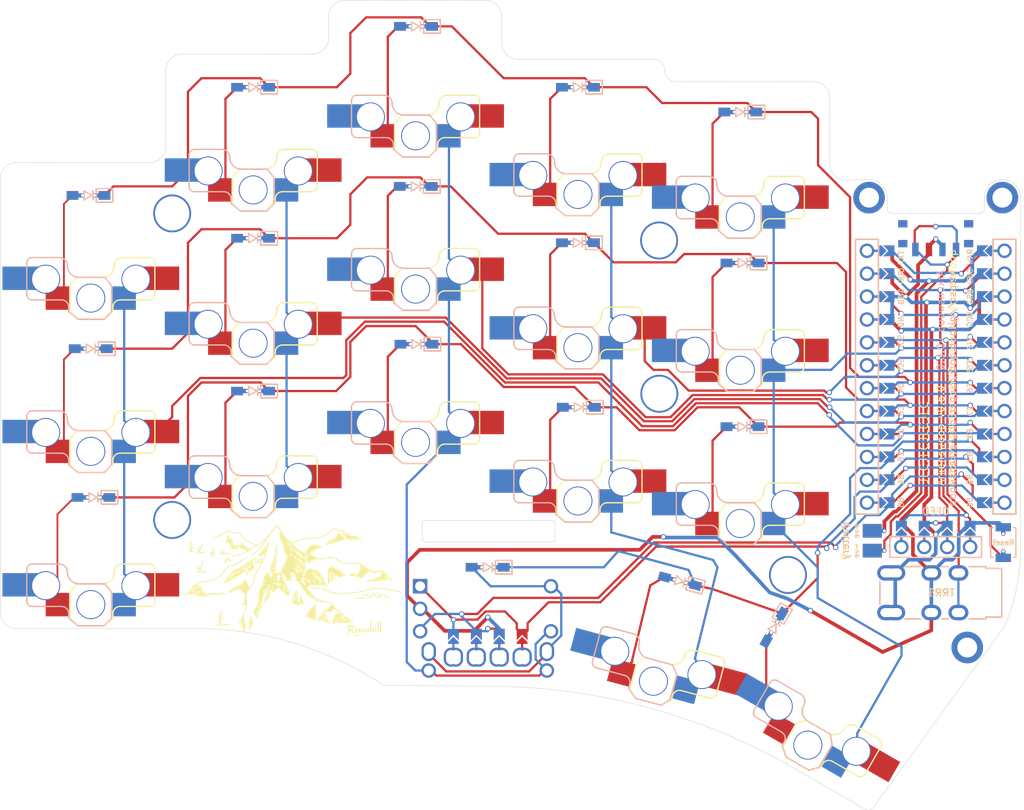
<source format=kicad_pcb>
(kicad_pcb (version 20221018) (generator pcbnew)
  (title_block (title "Arkenswoop") (date "2023-06-25") (rev "0.6.0") (company "SuperFola"))
  (layers (0 "F.Cu" signal) (31 "B.Cu" signal) (34 "B.Paste" user) (35 "F.Paste" user) (36 "B.SilkS" user "B.Silkscreen") (37 "F.SilkS" user "F.Silkscreen") (38 "B.Mask" user) (39 "F.Mask" user) (44 "Edge.Cuts" user))
  (net 0 "")
  (net 1 "raw")
  (net 2 "Net-(BT1-Pad2)")
  (net 3 "row0")
  (net 4 "GND")
  (net 5 "VCC")
  (net 6 "Net-(D2-A)")
  (net 7 "Net-(D3-A)")
  (net 8 "Net-(D4-A)")
  (net 9 "Net-(D5-A)")
  (net 10 "row1")
  (net 11 "Net-(D7-A)")
  (net 12 "data")
  (net 13 "reset")
  (net 14 "Net-(D8-A)")
  (net 15 "Net-(D9-A)")
  (net 16 "Net-(D10-A)")
  (net 17 "row2")
  (net 18 "Net-(D12-A)")
  (net 19 "Net-(D13-A)")
  (net 20 "Net-(D14-A)")
  (net 21 "Net-(D15-A)")
  (net 22 "Net-(D16-A)")
  (net 23 "row3")
  (net 24 "Net-(D17-A)")
  (net 25 "er0")
  (net 26 "col2")
  (net 27 "edb")
  (net 28 "eda")
  (net 29 "led")
  (net 30 "sda")
  (net 31 "sla")
  (net 32 "col0")
  (net 33 "col1")
  (net 34 "col3")
  (net 35 "col4")
  (net 36 "unconnected-(PSW1-C-Pad3)")
  (net 37 "unconnected-(U1-B6-Pad13)")
  (net 38 "unconnected-(U1-B2-Pad14)")
  (net 39 "unconnected-(U1-B3-Pad15)")
  (net 40 "Net-(D11-A)")
  (net 41 "Net-(D6-A)")
  (net 42 "Net-(D1-A)")
  (footprint "swoop:M2_hole_4.2mm" (layer "F.Cu") (at 134.228545 86.75)
    (fp_text reference "H3" hide)
    (fp_text value "M2 Hole" hide)
  )
  (footprint "swoop:D3_SMD" (layer "F.Cu") (at 107.275 63 180)
    (fp_text reference "D3" hide)
    (fp_text value " 1N4148W" hide)
  )
  (footprint "Library:Kailh-pg1350-socket-reversible" (layer "F.Cu") (at 107.229546 103.239471)
    (fp_text reference "SW13" hide)
    (fp_text value "Choc" hide)
  )
  (footprint "Library:erebor_silk" (layer "F.Cu") (at 93.55 124.55)
    (fp_text reference "G***")
    (fp_text value "LOGO" hide)
  )
  (footprint "swoop:RollerEncoder" (layer "F.Cu") (at 115.235509 127.600624)
    (fp_text reference "EN2")
    (fp_text value "EVQWGD001")
    (fp_line (start -7.248 -7.7) (end -7.248 -9.5) (stroke (width 0.05)) (layer "Edge.Cuts"))
    (fp_line (start -6.952 -7.4) (end 7.148 -7.4) (stroke (width 0.05)) (layer "Edge.Cuts"))
    (fp_line (start 7.148 -9.8) (end -6.948 -9.8) (stroke (width 0.05)) (layer "Edge.Cuts"))
    (fp_line (start 7.448 -7.7) (end 7.448 -9.5) (stroke (width 0.05)) (layer "Edge.Cuts"))
    (fp_arc (start -7.248 -9.5) (mid -7.160132 -9.712132) (end -6.948 -9.8) (stroke (width 0.05)) (layer "Edge.Cuts"))
    (fp_arc (start -6.948 -7.4) (mid -7.160132 -7.487868) (end -7.248 -7.7) (stroke (width 0.05)) (layer "Edge.Cuts"))
    (fp_arc (start 7.148 -9.8) (mid 7.360132 -9.712132) (end 7.448 -9.5) (stroke (width 0.05)) (layer "Edge.Cuts"))
    (fp_arc (start 7.448 -7.7) (mid 7.360132 -7.487868) (end 7.148 -7.4) (stroke (width 0.05)) (layer "Edge.Cuts"))
  )
  (footprint "swoop:M2_hole_4.2mm" (layer "F.Cu") (at 80.25 83.75)
    (fp_text reference "H1" hide)
    (fp_text value "M2 Hole" hide)
  )
  (footprint "swoop:D3_SMD" (layer "F.Cu") (at 71.225 98.75 180)
    (fp_text reference "D6" hide)
    (fp_text value " 1N4148W" hide)
  )
  (footprint "Library:Kailh-pg1350-socket-reversible" (layer "F.Cu") (at 153.66651 137.618092 -30)
    (fp_text reference "SW17" hide)
    (fp_text value "Choc" hide)
  )
  (footprint "swoop:Reset" (layer "F.Cu") (at 172.380034 120.252819 90)
    (fp_text reference "RSW1" hide)
    (fp_text value "Reset")
  )
  (footprint "swoop:D3_SMD" (layer "F.Cu") (at 70.975 81.75 180)
    (fp_text reference "D1" hide)
    (fp_text value " 1N4148W" hide)
  )
  (footprint "swoop:Power" (layer "F.Cu") (at 164.890258 86.000219 180)
    (fp_text reference "PSW1" hide)
    (fp_text value "Power" hide)
  )
  (footprint "Library:Kailh-pg1350-socket-reversible" (layer "F.Cu") (at 71.229542 121.239972)
    (fp_text reference "SW11" hide)
    (fp_text value "Choc" hide)
  )
  (footprint "swoop:D3_SMD" (layer "F.Cu") (at 143.475 107.4 180)
    (fp_text reference "D15" hide)
    (fp_text value " 1N4148W" hide)
  )
  (footprint "swoop:RotaryEncoder" (layer "F.Cu") (at 115.235549 127.6)
    (fp_text reference "EN1")
    (fp_text value "RotaryEncoder_Switch")
  )
  (footprint "chocolad:M2_hole_3.5mm" (layer "F.Cu") (at 172.281378 81.999725)
    (fp_text reference "Ref**" hide)
    (fp_text value "Val**" hide)
  )
  (footprint "Library:Kailh-pg1350-socket-reversible" (layer "F.Cu") (at 125.228544 92.73947)
    (fp_text reference "SW9" hide)
    (fp_text value "Choc" hide)
  )
  (footprint "swoop:D3_SMD" (layer "F.Cu") (at 125.225 69.75 180)
    (fp_text reference "D4" hide)
    (fp_text value " 1N4148W" hide)
  )
  (footprint "swoop:D3_SMD" (layer "F.Cu") (at 107.25 80.75 180)
    (fp_text reference "D8" hide)
    (fp_text value " 1N4148W" hide)
  )
  (footprint "swoop:D3_SMD" (layer "F.Cu") (at 125.225 87 180)
    (fp_text reference "D9" hide)
    (fp_text value " 1N4148W" hide)
  )
  (footprint "chocolad:M2_hole_3.5mm" (layer "F.Cu") (at 157.500056 82.000182)
    (fp_text reference "Ref**" hide)
    (fp_text value "Val**" hide)
  )
  (footprint "swoop:D3_SMD" (layer "F.Cu") (at 143.225 72.5 180)
    (fp_text reference "D5" hide)
    (fp_text value " 1N4148W" hide)
  )
  (footprint "Library:Kailh-pg1350-socket-reversible" (layer "F.Cu") (at 143.229546 95.239475)
    (fp_text reference "SW10" hide)
    (fp_text value "Choc" hide)
  )
  (footprint "swoop:ProMicro_jumpers" (layer "F.Cu") (at 164.890259 101.863222)
    (fp_text reference "U1" hide)
    (fp_text value "ProMicro" hide)
  )
  (footprint "Library:Kailh-pg1350-socket-reversible" (layer "F.Cu") (at 71.229542 87.239972)
    (fp_text reference "SW1" hide)
    (fp_text value "Choc" hide)
  )
  (footprint "swoop:D3_SMD" (layer "F.Cu") (at 71.525 115.25 180)
    (fp_text reference "D11" hide)
    (fp_text value " 1N4148W" hide)
  )
  (footprint "Library:Kailh-pg1350-socket-reversible" (layer "F.Cu") (at 89.229547 109.239974)
    (fp_text reference "SW12" hide)
    (fp_text value "Choc" hide)
  )
  (footprint "swoop:TRRS-3pin" (layer "F.Cu") (at 170.604707 125.82492 -90)
    (fp_text reference "J1")
    (fp_text value "TRRS" hide)
  )
  (footprint "Library:Kailh-pg1350-socket-reversible" (layer "F.Cu") (at 107.229543 69.239473)
    (fp_text reference "SW3" hide)
    (fp_text value "Choc" hide)
  )
  (footprint "Library:Kailh-pg1350-socket-reversible" (layer "F.Cu") (at 143.229546 78.239472)
    (fp_text reference "SW5" hide)
    (fp_text value "Choc" hide)
  )
  (footprint "Library:Kailh-pg1350-socket-reversible" (layer "F.Cu") (at 71.229542 104.239972)
    (fp_text reference "SW6" hide)
    (fp_text value "Choc" hide)
  )
  (footprint "swoop:M2_hole_3.5mm" (layer "F.Cu") (at 168.386407 131.897959)
    (fp_text reference "Ref**" hide)
    (fp_text value "Val**" hide)
  )
  (footprint "swoop:OLED_jumpers" (layer "F.Cu") (at 161.080438 120.752911)
    (fp_text reference "O1" hide)
    (fp_text value "OLED")
  )
  (footprint "Library:Kailh-pg1350-socket-reversible" (layer "F.Cu") (at 125.228544 109.739471)
    (fp_text reference "SW14" hide)
    (fp_text value "Choc" hide)
  )
  (footprint "swoop:D3_SMD" (layer "F.Cu") (at 125.3254 105.25 180)
    (fp_text reference "D14" hide)
    (fp_text value " 1N4148W" hide)
  )
  (footprint "swoop:D3_SMD" (layer "F.Cu") (at 115.225 123 180)
    (fp_text reference "ED1" hide)
    (fp_text value " 1N4148W" hide)
  )
  (footprint "Library:Kailh-pg1350-socket-reversible" (layer "F.Cu") (at 89.229547 92.239968)
    (fp_text reference "SW7" hide)
    (fp_text value "Choc" hide)
  )
  (footprint "Library:Kailh-pg1350-socket-reversible" (layer "F.Cu") (at 125.228547 75.739475)
    (fp_text reference "SW4" hide)
    (fp_text value "Choc" hide)
  )
  (footprint "swoop:D3_SMD" (layer "F.Cu") (at 89.225 86.5 180)
    (fp_text reference "D7" hide)
    (fp_text value " 1N4148W" hide)
  )
  (footprint "swoop:D3_SMD" (layer "F.Cu") (at 89.225 103.45 180)
    (fp_text reference "D12" hide)
    (fp_text value " 1N4148W" hide)
  )
  (footprint "swoop:M2_hole_4.2mm" (layer "F.Cu") (at 80.25 117.75)
    (fp_text reference "H2" hide)
    (fp_text value "M2 Hole" hide)
  )
  (footprint "Library:Kailh-pg1350-socket-reversible" (layer "F.Cu") (at 135.128587 129.939172 -15)
    (fp_text reference "SW16" hide)
    (fp_text value "Choc" hide)
  )
  (footprint "Library:Kailh-pg1350-socket-reversible" (layer "F.Cu") (at 107.229546 86.23947)
    (fp_text reference "SW8" hide)
    (fp_text value "Choc" hide)
  )
  (footprint "swoop:M2_hole_4.2mm" (layer "F.Cu") (at 134.25 103.75)
    (fp_text reference "H4" hide)
    (fp_text value "M2 Hole" hide)
  )
  (footprint "swoop:D3_SMD" (layer "F.Cu") (at 107.3254 98.25 180)
    (fp_text reference "D13" hide)
    (fp_text value " 1N4148W" hide)
  )
  (footprint "swoop:Battery_pads_reversible" (layer "F.Cu") (at 157.857431 120.051406 -90)
    (fp_text reference "BT1" hide)
    (fp_text value "Battery" hide)
  )
  (footprint "swoop:M2_hole_4.2mm" (layer "F.Cu") (at 148.510701 123.849903)
    (fp_text reference "H4" hide)
    (fp_text value "M2 Hole" hide)
  )
  (footprint "swoop:D3_SMD" (layer "F.Cu") (at 89.225 69.75 180)
    (fp_text reference "D2" hide)
    (fp_text value " 1N4148W" hide)
  )
  (footprint "swoop:D3_SMD" (layer "F.Cu") (at 146.9875 129.662805 -120)
    (fp_text reference "D17" hide)
    (fp_text value " 1N4148W" hide)
  )
  (footprint "swoop:D3_SMD" (layer "F.Cu") (at 136.535482 124.540596 165)
    (fp_text reference "D16" hide)
    (fp_text value " 1N4148W" hide)
  )
  (footprint "Library:Kailh-pg1350-socket-reversible" (layer "F.Cu") (at 143.229549 112.239469)
    (fp_text reference "SW15" hide)
    (fp_text value "Choc" hide)
  )
  (footprint "swoop:D3_SMD" (layer "F.Cu") (at 143.475 89.25 180)
    (fp_text reference "D10" hide)
    (fp_text value " 1N4148W" hide)
  )
  (footprint "Library:Kailh-pg1350-socket-reversible" (layer "F.Cu") (at 89.229545 75.239973)
    (fp_text reference "SW2" hide)
    (fp_text value "Choc" hide)
  )
  (gr_line (start 61.188833 79.86901) (end 61.188833 127.991349) (stroke (width 0.05)) (layer "Edge.Cuts"))
  (gr_line (start 153.15 78.15) (end 153.145111 70.933883) (stroke (width 0.05)) (layer "Edge.Cuts"))
  (gr_line (start 174.281315 81.999689) (end 174.281568 121.466832) (stroke (width 0.05)) (layer "Edge.Cuts"))
  (gr_arc (start 172.281326 79.999547) (mid 173.695547 80.585425) (end 174.281315 81.999689) (stroke (width 0.05)) (layer "Edge.Cuts"))
  (gr_line (start 133.616117 66.633883) (end 118.540222 66.661837) (stroke (width 0.05)) (layer "Edge.Cuts"))
  (gr_line (start 116.795111 61.894135) (end 116.795111 64.867702) (stroke (width 0.05)) (layer "Edge.Cuts"))
  (gr_line (start 115.05 60.1) (end 99.389516 60.11343) (stroke (width 0.05)) (layer "Edge.Cuts"))
  (gr_arc (start 133.616117 66.633883) (mid 134.5 67) (end 134.866117 67.883883) (stroke (width 0.05)) (layer "Edge.Cuts"))
  (gr_arc (start 136.116117 69.133883) (mid 135.232234 68.767766) (end 134.866117 67.883883) (stroke (width 0.05)) (layer "Edge.Cuts"))
  (gr_line (start 79.547715 67.826168) (end 79.543548 76.357158) (stroke (width 0.05)) (layer "Edge.Cuts"))
  (gr_arc (start 97.595381 61.858541) (mid 98.138076 60.621651) (end 99.389516 60.11343) (stroke (width 0.05)) (layer "Edge.Cuts"))
  (gr_arc (start 170.281014 83.249463) (mid 170.134575 83.603043) (end 169.781008 83.749464) (stroke (width 0.05)) (layer "Edge.Cuts"))
  (gr_line (start 115.235769 136.194832) (end 103.694979 136.082549) (stroke (width 0.05)) (layer "Edge.Cuts"))
  (gr_line (start 77.745029 78.114927) (end 62.983651 78.123526) (stroke (width 0.05)) (layer "Edge.Cuts"))
  (gr_line (start 170.281014 83.249463) (end 170.28119 81.999538) (stroke (width 0.05)) (layer "Edge.Cuts"))
  (gr_line (start 81.9 129.8) (end 62.944009 129.795833) (stroke (width 0.05)) (layer "Edge.Cuts"))
  (gr_line (start 157.030886 149.825076) (end 149.229607 145.303912) (stroke (width 0.05)) (layer "Edge.Cuts"))
  (gr_arc (start 115.05 60.1) (mid 116.286898 60.642691) (end 116.795111 61.894135) (stroke (width 0.05)) (layer "Edge.Cuts"))
  (gr_line (start 154.887029 80.037186) (end 157.5 80) (stroke (width 0.05)) (layer "Edge.Cuts"))
  (gr_arc (start 157.5 80) (mid 158.914216 80.585869) (end 159.499984 82.000133) (stroke (width 0.05)) (layer "Edge.Cuts"))
  (gr_arc (start 151.4 69.139748) (mid 152.63689 69.682443) (end 153.145111 70.933883) (stroke (width 0.05)) (layer "Edge.Cuts"))
  (gr_arc (start 174.281567 121.466832) (mid 173.789865 125.619716) (end 172.48064 129.591384) (stroke (width 0.05)) (layer "Edge.Cuts"))
  (gr_line (start 151.4 69.139748) (end 136.116117 69.133883) (stroke (width 0.05)) (layer "Edge.Cuts"))
  (gr_arc (start 79.543548 76.357158) (mid 79.000006 77.600024) (end 77.745029 78.114927) (stroke (width 0.05)) (layer "Edge.Cuts"))
  (gr_arc (start 115.235769 136.194832) (mid 132.832334 138.511576) (end 149.229607 145.303912) (stroke (width 0.05)) (layer "Edge.Cuts"))
  (gr_line (start 159.499984 82.000133) (end 159.500165 83.250065) (stroke (width 0.05)) (layer "Edge.Cuts"))
  (gr_arc (start 158.055405 149.550557) (mid 157.600001 149.900002) (end 157.030886 149.825076) (stroke (width 0.05)) (layer "Edge.Cuts"))
  (gr_arc (start 160.000164 83.750068) (mid 159.646629 83.603612) (end 159.500165 83.250065) (stroke (width 0.05)) (layer "Edge.Cuts"))
  (gr_arc (start 61.188834 79.86901) (mid 61.73183 78.631838) (end 62.983651 78.123526) (stroke (width 0.05)) (layer "Edge.Cuts"))
  (gr_arc (start 81.9 129.8) (mid 93.2811 131.263566) (end 103.694979 136.082549) (stroke (width 0.05)) (layer "Edge.Cuts"))
  (gr_arc (start 170.28119 81.999538) (mid 170.867035 80.585273) (end 172.281326 79.999547) (stroke (width 0.05)) (layer "Edge.Cuts"))
  (gr_arc (start 97.6 64.338143) (mid 97.057294 65.575) (end 95.805865 66.083254) (stroke (width 0.05)) (layer "Edge.Cuts"))
  (gr_line (start 97.595381 61.858541) (end 97.6 64.338143) (stroke (width 0.05)) (layer "Edge.Cuts"))
  (gr_line (start 158.055405 149.550557) (end 172.48064 129.591384) (stroke (width 0.05)) (layer "Edge.Cuts"))
  (gr_arc (start 118.540222 66.661837) (mid 117.303351 66.119136) (end 116.795111 64.867702) (stroke (width 0.05)) (layer "Edge.Cuts"))
  (gr_line (start 95.805865 66.083254) (end 81.352199 66.070992) (stroke (width 0.05)) (layer "Edge.Cuts"))
  (gr_arc (start 154.887029 80.037186) (mid 153.620088 79.460331) (end 153.15 78.15) (stroke (width 0.05)) (layer "Edge.Cuts"))
  (gr_arc (start 62.944009 129.795833) (mid 61.7 129.25) (end 61.188833 127.991349) (stroke (width 0.05)) (layer "Edge.Cuts"))
  (gr_line (start 160.000164 83.750068) (end 169.781008 83.749464) (stroke (width 0.05)) (layer "Edge.Cuts"))
  (gr_arc (start 79.547715 67.826168) (mid 80.093555 66.582164) (end 81.352199 66.070992) (stroke (width 0.05)) (layer "Edge.Cuts"))
  (gr_text "Arkenswoop v0.6.0\nhttps://github.com/SuperFola/arkenswoop" (at 166.084013 89.964022 90) (layer "B.SilkS") (effects (font (size 0.8 0.8) (thickness 0.1)) (justify left mirror)))
  (gr_text "JLCJLCJLCJLC" (at 164.115685 113.860085 90) (layer "F.SilkS") (effects (font (size 0.9 0.9) (thickness 0.1)) (justify left bottom)))
  (gr_text "Arkenswoop v0.6.0\nhttps://github.com/SuperFola/arkenswoop" (at 166.084012 114.024024 90) (layer "F.SilkS") (effects (font (size 0.8 0.8) (thickness 0.1)) (justify left)))
  (segment (start 162.763772 114.548714) (end 160.479742 116.83274) (width 0.4) (layer "F.Cu") (net 1))
  (segment (start 164.150941 91.234385) (end 162.763773 92.621556) (width 0.4) (layer "F.Cu") (net 1))
  (segment (start 164.150941 91.232744) (end 164.150941 91.234385) (width 0.4) (layer "F.Cu") (net 1))
  (segment (start 160.479742 116.83274) (end 160.273087 116.832745) (width 0.4) (layer "F.Cu") (net 1))
  (segment (start 160.064268 88.888668) (end 160.064268 87.893222) (width 0.4) (layer "F.Cu") (net 1))
  (segment (start 162.06426 90.88866) (end 160.064268 88.888668) (width 0.4) (layer "F.Cu") (net 1))
  (segment (start 164.150941 91.234391) (end 164.150941 91.232744) (width 0.4) (layer "F.Cu") (net 1))
  (segment (start 162.763773 92.621556) (end 162.763772 114.548714) (width 0.4) (layer "F.Cu") (net 1))
  (segment (start 160.273087 116.832745) (end 159.19903 117.9068) (width 0.4) (layer "F.Cu") (net 1))
  (segment (start 159.19903 117.9068) (end 159.199032 118.951007) (width 0.4) (layer "F.Cu") (net 1))
  (segment (start 162.06426 91.068224) (end 162.06426 90.88866) (width 0.4) (layer "F.Cu") (net 1))
  (via (at 162.06426 91.068224) (size 0.6) (drill 0.4) (layers "F.Cu" "B.Cu") (net 1))
  (via (at 164.150941 91.232744) (size 0.6) (drill 0.4) (layers "F.Cu" "B.Cu") (net 1))
  (segment (start 164.150941 91.232744) (end 162.228778 91.232745) (width 0.4) (layer "B.Cu") (net 1))
  (segment (start 162.228778 91.232745) (end 162.06426 91.068224) (width 0.4) (layer "B.Cu") (net 1))
  (segment (start 168.950164 88.659323) (end 169.716269 87.89322) (width 0.4) (layer "B.Cu") (net 1))
  (segment (start 168.950158 90.335064) (end 168.950164 88.659323) (width 0.4) (layer "B.Cu") (net 1))
  (segment (start 168.052499 91.232736) (end 168.950158 90.335064) (width 0.4) (layer "B.Cu") (net 1))
  (segment (start 168.052499 91.232736) (end 164.150941 91.232744) (width 0.4) (layer "B.Cu") (net 1))
  (segment (start 159.911517 119.346343) (end 159.199032 120.058829) (width 0.25) (layer "F.Cu") (net 2))
  (segment (start 160.493142 117.357269) (end 160.490348 117.357269) (width 0.25) (layer "F.Cu") (net 2))
  (segment (start 163.288291 92.991392) (end 163.288292 114.765975) (width 0.25) (layer "F.Cu") (net 2))
  (segment (start 166.17043 89.423077) (end 166.17043 90.109252) (width 0.25) (layer "F.Cu") (net 2))
  (segment (start 160.490348 117.357269) (end 159.911517 117.9361) (width 0.25) (layer "F.Cu") (net 2))
  (segment (start 160.493142 117.35726) (end 160.493142 117.357269) (width 0.25) (layer "F.Cu") (net 2))
  (segment (start 159.911517 117.9361) (end 159.911517 119.346343) (width 0.25) (layer "F.Cu") (net 2))
  (segment (start 166.17043 90.109252) (end 163.288291 92.991392) (width 0.25) (layer "F.Cu") (net 2))
  (segment (start 160.69701 117.357261) (end 160.493142 117.35726) (width 0.25) (layer "F.Cu") (net 2))
  (segment (start 159.199032 120.058829) (end 159.19903 121.151406) (width 0.25) (layer "F.Cu") (net 2))
  (segment (start 167.148746 88.444757) (end 166.17043 89.423077) (width 0.25) (layer "F.Cu") (net 2))
  (segment (start 163.288292 114.765975) (end 160.69701 117.357261) (width 0.25) (layer "F.Cu") (net 2))
  (segment (start 167.148744 87.750031) (end 167.148746 88.444757) (width 0.25) (layer "F.Cu") (net 2))
  (via (at 166.17043 89.423077) (size 0.6) (drill 0.4) (layers "F.Cu" "B.Cu") (net 2))
  (segment (start 164.321777 89.423066) (end 166.17043 89.423077) (width 0.25) (layer "B.Cu") (net 2))
  (segment (start 162.648739 87.750031) (end 164.321777 89.423066) (width 0.25) (layer "B.Cu") (net 2))
  (segment (start 151.85 73.25) (end 151.85 78.4) (width 0.25) (layer "F.Cu") (net 3))
  (segment (start 91 69.75) (end 98.5 69.75) (width 0.25) (layer "F.Cu") (net 3))
  (segment (start 83.5 68.75) (end 90 68.75) (width 0.25) (layer "F.Cu") (net 3))
  (segment (start 126 68.75) (end 127 69.75) (width 0.25) (layer "F.Cu") (net 3))
  (segment (start 169.351266 103.133227) (end 168.716265 102.49822) (width 0.25) (layer "F.Cu") (net 3))
  (segment (start 82 70.25) (end 83.5 68.75) (width 0.25) (layer "F.Cu") (net 3))
  (segment (start 100 68.25) (end 100 63.75) (width 0.25) (layer "F.Cu") (net 3))
  (segment (start 152.925285 79.475285) (end 155.4 81.95) (width 0.25) (layer "F.Cu") (net 3))
  (segment (start 111.25 63) (end 117 68.75) (width 0.25) (layer "F.Cu") (net 3))
  (segment (start 90 68.75) (end 91 69.75) (width 0.25) (layer "F.Cu") (net 3))
  (segment (start 161.444359 101.87831) (end 162.064272 102.498223) (width 0.25) (layer "F.Cu") (net 3))
  (segment (start 156.37831 101.87831) (end 161.444359 101.87831) (width 0.25) (layer "F.Cu") (net 3))
  (segment (start 117 68.75) (end 126 68.75) (width 0.25) (layer "F.Cu") (net 3))
  (segment (start 72.75 81.75) (end 73.75 80.75) (width 0.25) (layer "F.Cu") (net 3))
  (segment (start 108.8504 63) (end 111.25 63) (width 0.25) (layer "F.Cu") (net 3))
  (segment (start 107.8504 62) (end 108.8504 63) (width 0.25) (layer "F.Cu") (net 3))
  (segment (start 155.4 81.95) (end 155.4 100.9) (width 0.25) (layer "F.Cu") (net 3))
  (segment (start 145 72.5) (end 151.1 72.5) (width 0.25) (layer "F.Cu") (net 3))
  (segment (start 134.561957 71.5) (end 144 71.5) (width 0.25) (layer "F.Cu") (net 3))
  (segment (start 144 71.5) (end 145 72.5) (width 0.25) (layer "F.Cu") (net 3))
  (segment (start 100 63.75) (end 101.75 62) (width 0.25) (layer "F.Cu") (net 3))
  (segment (start 101.75 62) (end 107.8504 62) (width 0.25) (layer "F.Cu") (net 3))
  (segment (start 132.811957 69.75) (end 134.561957 71.5) (width 0.25) (layer "F.Cu") (net 3))
  (segment (start 80.25 80.75) (end 82 79) (width 0.25) (layer "F.Cu") (net 3))
  (segment (start 155.4 100.9) (end 156.37831 101.87831) (width 0.25) (layer "F.Cu") (net 3))
  (segment (start 73.75 80.75) (end 80.25 80.75) (width 0.25) (layer "F.Cu") (net 3))
  (segment (start 169.716266 103.133229) (end 169.351266 103.133227) (width 0.25) (layer "F.Cu") (net 3))
  (segment (start 82 79) (end 82 70.25) (width 0.25) (layer "F.Cu") (net 3))
  (segment (start 127 69.75) (end 132.811957 69.75) (width 0.25) (layer "F.Cu") (net 3))
  (segment (start 151.1 72.5) (end 151.85 73.25) (width 0.25) (layer "F.Cu") (net 3))
  (segment (start 98.5 69.75) (end 100 68.25) (width 0.25) (layer "F.Cu") (net 3))
  (segment (start 151.85 78.4) (end 152.925285 79.475285) (width 0.25) (layer "F.Cu") (net 3))
  (via (at 168.716265 102.49822) (size 0.6) (drill 0.4) (layers "F.Cu" "B.Cu") (net 3))
  (via (at 162.064272 102.498223) (size 0.6) (drill 0.4) (layers "F.Cu" "B.Cu") (net 3))
  (segment (start 168.716265 102.49822) (end 160.699259 102.498224) (width 0.25) (layer "B.Cu") (net 3))
  (segment (start 160.699259 102.498224) (end 160.064263 103.133227) (width 0.25) (layer "B.Cu") (net 3))
  (segment (start 169.716268 92.97322) (end 169.716261 95.51322) (width 0.4) (layer "F.Cu") (net 4))
  (segment (start 106.29 122.47) (end 106.29 126.154451) (width 0.4) (layer "F.Cu") (net 4))
  (segment (start 164.148749 88.254755) (end 162.93543 89.468066) (width 0.4) (layer "F.Cu") (net 4))
  (segment (start 134.7 119.6255) (end 133.512038 119.6255) (width 0.4) (layer "F.Cu") (net 4))
  (segment (start 164.148744 87.350041) (end 164.898752 86.60004) (width 0.4) (layer "F.Cu") (net 4))
  (segment (start 107.7 121.06) (end 106.29 122.47) (width 0.4) (layer "F.Cu") (net 4))
  (segment (start 160.064265 91.473224) (end 161.564265 92.973223) (width 0.4) (layer "F.Cu") (net 4))
  (segment (start 164.148736 87.750035) (end 164.148749 88.254755) (width 0.4) (layer "F.Cu") (net 4))
  (segment (start 164.4 130) (end 164.404707 128.02492) (width 0.4) (layer "F.Cu") (net 4))
  (segment (start 162.93542 91.602053) (end 161.564265 92.973223) (width 0.4) (layer "F.Cu") (net 4))
  (segment (start 162.93543 89.468066) (end 162.93542 91.602053) (width 0.4) (layer "F.Cu") (net 4))
  (segment (start 110.46608 130.05) (end 113.719602 130.05) (width 0.4) (layer "F.Cu") (net 4))
  (segment (start 161.080432 118.078912) (end 162.36467 119.363149) (width 0.4) (layer "F.Cu") (net 4))
  (segment (start 159 132.4) (end 164.4 130) (width 0.4) (layer "F.Cu") (net 4))
  (segment (start 161.08043 117.715624) (end 163.812814 114.98324) (width 0.4) (layer "F.Cu") (net 4))
  (segment (start 161.080437 118.078912) (end 161.08043 117.715624) (width 0.4) (layer "F.Cu") (net 4))
  (segment (start 133.512038 119.6255) (end 132.077538 121.06) (width 0.4) (layer "F.Cu") (net 4))
  (segment (start 113.719602 130.05) (end 115.235511 128.534091) (width 0.4) (layer "F.Cu") (net 4))
  (segment (start 151.1 127.8) (end 151 127.8) (width 0.4) (layer "F.Cu") (net 4))
  (segment (start 132.077538 121.06) (end 107.7 121.06) (width 0.4) (layer "F.Cu") (net 4))
  (segment (start 106.29 126.154451) (end 107.735549 127.6) (width 0.4) (layer "F.Cu") (net 4))
  (segment (start 169.716271 93.243223) (end 168.716263 94.243233) (width 0.4) (layer "F.Cu") (net 4))
  (segment (start 163.812814 114.98324) (end 163.812815 93.718462) (width 0.4) (layer "F.Cu") (net 4))
  (segment (start 107.73555 127.31947) (end 110.46608 130.05) (width 0.4) (layer "F.Cu") (net 4))
  (segment (start 162.36467 119.363149) (end 162.364675 121.584888) (width 0.4) (layer "F.Cu") (net 4))
  (segment (start 169.716268 92.97322) (end 169.716271 93.243223) (width 0.4) (layer "F.Cu") (net 4))
  (segment (start 151 127.8) (end 159 132.4) (width 0.4) (layer "F.Cu") (net 4))
  (segment (start 164.14875 87.750031) (end 164.148744 87.350041) (width 0.4) (layer "F.Cu") (net 4))
  (segment (start 163.812815 93.718462) (end 163.91279 93.618485) (width 0.4) (layer "F.Cu") (net 4))
  (segment (start 162.364675 121.584888) (end 164.404707 123.624919) (width 0.4) (layer "F.Cu") (net 4))
  (segment (start 160.06427 90.433231) (end 160.064265 91.473224) (width 0.4) (layer "F.Cu") (net 4))
  (via (at 168.716263 94.243233) (size 0.6) (drill 0.4) (layers "F.Cu" "B.Cu") (net 4))
  (via (at 164.898752 86.60004) (size 0.6) (drill 0.4) (layers "F.Cu" "B.Cu") (net 4))
  (via (at 115.235511 128.534091) (size 0.6) (drill 0.4) (layers "F.Cu" "B.Cu") (net 4))
  (via (at 134.7 119.6255) (size 0.6) (drill 0.4) (layers "F.Cu" "B.Cu") (net 4))
  (via (at 163.91279 93.618485) (size 0.6) (drill 0.4) (layers "F.Cu" "B.Cu") (net 4))
  (via (at 151 127.8) (size 0.6) (drill 0.4) (layers "F.Cu" "B.Cu") (net 4))
  (via (at 161.564265 92.973223) (size 0.6) (drill 0.4) (layers "F.Cu" "B.Cu") (net 4))
  (segment (start 166.725535 122.164156) (end 167.442676 121.447015) (width 0.4) (layer "B.Cu") (net 4))
  (segment (start 168.70043 118.078909) (end 171.906123 118.078909) (width 0.4) (layer "B.Cu") (net 4))
  (segment (start 161.564265 92.973223) (end 160.064273 92.973224) (width 0.4) (layer "B.Cu") (net 4))
  (segment (start 148.5 126.5) (end 146.5 125.8) (width 0.4) (layer "B.Cu") (net 4))
  (segment (start 160.064273 92.973224) (end 160.064273 95.513235) (width 0.4) (layer "B.Cu") (net 4))
  (segment (start 169.716263 90.433228) (end 169.015773 91.13371) (width 0.4) (layer "B.Cu") (net 4))
  (segment (start 169.015782 93.943716) (end 168.716263 94.243233) (width 0.4) (layer "B.Cu") (net 4))
  (segment (start 167.442676 121.447015) (end 167.44267 119.336672) (width 0.4) (layer "B.Cu") (net 4))
  (segment (start 146.5 125.8) (end 142.7 121.7) (width 0.4) (layer "B.Cu") (net 4))
  (segment (start 168.091523 93.618482) (end 168.716263 94.243233) (width 0.4) (layer "B.Cu") (net 4))
  (segment (start 165.648754 87.750044) (end 165.648747 87.350034) (width 0.4) (layer "B.Cu") (net 4))
  (segment (start 116.505514 129.804094) (end 115.235511 128.534091) (width 0.4) (layer "B.Cu") (net 4))
  (segment (start 134.7745 119.7) (end 134.7 119.6255) (width 0.4) (layer "B.Cu") (net 4))
  (segment (start 169.015773 91.13371) (end 169.015782 93.943716) (width 0.4) (layer "B.Cu") (net 4))
  (segment (start 165.865471 122.164156) (end 166.725535 122.164156) (width 0.4) (layer "B.Cu") (net 4))
  (segment (start 171.906123 118.078909) (end 172.380031 118.552819) (width 0.4) (layer "B.Cu") (net 4))
  (segment (start 142.7 121.7) (end 140.7 119.7) (width 0.4) (layer "B.Cu") (net 4))
  (segment (start 164.404707 123.624919) (end 165.865471 122.164156) (width 0.4) (layer "B.Cu") (net 4))
  (segment (start 140.7 119.7) (end 134.7745 119.7) (width 0.4) (layer "B.Cu") (net 4))
  (segment (start 151 127.8) (end 148.5 126.5) (width 0.4) (layer "B.Cu") (net 4))
  (segment (start 161.564265 92.973223) (end 162.209522 93.618484) (width 0.4) (layer "B.Cu") (net 4))
  (segment (start 164.404706 123.624915) (end 164.40471 128.02492) (width 0.4) (layer "B.Cu") (net 4))
  (segment (start 167.44267 119.336672) (end 168.70043 118.078909) (width 0.4) (layer "B.Cu") (net 4))
  (segment (start 165.648747 87.350034) (end 164.898752 86.60004) (width 0.4) (layer "B.Cu") (net 4))
  (segment (start 162.209522 93.618484) (end 168.091523 93.618482) (width 0.4) (layer "B.Cu") (net 4))
  (segment (start 164.412334 96.777352) (end 164.570972 96.61871) (width 0.4) (layer "F.Cu") (net 5))
  (segment (start 160.064273 95.513235) (end 160.064265 95.783225) (width 0.4) (layer "F.Cu") (net 5))
  (segment (start 164.412332 115.231574) (end 164.412334 96.777352) (width 0.4) (layer "F.Cu") (net 5))
  (segment (start 163.620434 116.023474) (end 164.412332 115.231574) (width 0.4) (layer "F.Cu") (net 5))
  (segment (start 163.628911 118.078909) (end 164.894673 119.344672) (width 0.4) (layer "F.Cu") (net 5))
  (segment (start 160.064265 95.783225) (end 161.064266 96.783226) (width 0.4) (layer "F.Cu") (net 5))
  (segment (start 163.620432 118.078913) (end 163.620434 116.023474) (width 0.4) (layer "F.Cu") (net 5))
  (via (at 164.570972 96.61871) (size 0.6) (drill 0.4) (layers "F.Cu" "B.Cu") (net 5))
  (via (at 164.894673 119.344672) (size 0.6) (drill 0.4) (layers "F.Cu" "B.Cu") (net 5))
  (via (at 161.064266 96.783226) (size 0.6) (drill 0.4) (layers "F.Cu" "B.Cu") (net 5))
  (segment (start 164.185526 122.164156) (end 161.865471 122.164156) (width 0.4) (layer "B.Cu") (net 5))
  (segment (start 169.716261 95.51322) (end 168.610766 96.618711) (width 0.4) (layer "B.Cu") (net 5))
  (segment (start 160.404711 123.624923) (end 160.404709 128.024917) (width 0.4) (layer "B.Cu") (net 5))
  (segment (start 164.570972 96.61871) (end 161.228784 96.618709) (width 0.4) (layer "B.Cu") (net 5))
  (segment (start 161.865471 122.164156) (end 160.404707 123.624919) (width 0.4) (layer "B.Cu") (net 5))
  (segment (start 168.610766 96.618711) (end 164.570972 96.61871) (width 0.4) (layer "B.Cu") (net 5))
  (segment (start 164.894673 119.344672) (end 164.894674 121.455008) (width 0.4) (layer "B.Cu") (net 5))
  (segment (start 164.894673 119.344672) (end 166.160432 118.078913) (width 0.4) (layer "B.Cu") (net 5))
  (segment (start 161.228784 96.618709) (end 161.064266 96.783226) (width 0.4) (layer "B.Cu") (net 5))
  (segment (start 164.894674 121.455008) (end 164.185526 122.164156) (width 0.4) (layer "B.Cu") (net 5))
  (segment (start 87.45 69.75) (end 86.154545 71.045455) (width 0.25) (layer "F.Cu") (net 6))
  (segment (start 86.154545 71.045455) (end 86.154545 80.514973) (width 0.25) (layer "F.Cu") (net 6))
  (segment (start 86.154545 80.514973) (end 85.529545 81.139973) (width 0.25) (layer "F.Cu") (net 6))
  (segment (start 105.3004 63) (end 104.154543 64.145857) (width 0.25) (layer "F.Cu") (net 7))
  (segment (start 104.154543 64.145857) (end 104.154543 74.514473) (width 0.25) (layer "F.Cu") (net 7))
  (segment (start 104.154543 74.514473) (end 103.529543 75.139473) (width 0.25) (layer "F.Cu") (net 7))
  (segment (start 122.153547 71.046453) (end 122.153547 81.014475) (width 0.25) (layer "F.Cu") (net 8))
  (segment (start 122.153547 81.014475) (end 121.528547 81.639475) (width 0.25) (layer "F.Cu") (net 8))
  (segment (start 123.45 69.75) (end 122.153547 71.046453) (width 0.25) (layer "F.Cu") (net 8))
  (segment (start 140.154546 83.514472) (end 139.529546 84.139472) (width 0.25) (layer "F.Cu") (net 9))
  (segment (start 141.45 72.5) (end 140.154546 73.795454) (width 0.25) (layer "F.Cu") (net 9))
  (segment (start 140.154546 73.795454) (end 140.154546 83.514472) (width 0.25) (layer "F.Cu") (net 9))
  (segment (start 169.716259 105.673222) (end 169.35127 105.673227) (width 0.25) (layer "F.Cu") (net 10))
  (segment (start 136.075 89.175) (end 137 88.25) (width 0.25) (layer "F.Cu") (net 10))
  (segment (start 154.95 103.057955) (end 154.95 90.25) (width 0.25) (layer "F.Cu") (net 10))
  (segment (start 73 98.75) (end 80.25 98.75) (width 0.25) (layer "F.Cu") (net 10))
  (segment (start 91 86.5) (end 98.5 86.5) (width 0.25) (layer "F.Cu") (net 10))
  (segment (start 101.875 79.75) (end 107.75 79.75) (width 0.25) (layer "F.Cu") (net 10))
  (segment (start 129.175 89.175) (end 136.075 89.175) (width 0.25) (layer "F.Cu") (net 10))
  (segment (start 144.25 88.25) (end 145.25 89.25) (width 0.25) (layer "F.Cu") (net 10))
  (segment (start 161.424353 104.39831) (end 156.290354 104.398309) (width 0.25) (layer "F.Cu") (net 10))
  (segment (start 154.95 90.25) (end 153.95 89.25) (width 0.25) (layer "F.Cu") (net 10))
  (segment (start 98.5 86.5) (end 100 85) (width 0.25) (layer "F.Cu") (net 10))
  (segment (start 82 87) (end 83.5 85.5) (width 0.25) (layer "F.Cu") (net 10))
  (segment (start 80.25 98.75) (end 82 97) (width 0.25) (layer "F.Cu") (net 10))
  (segment (start 82 97) (end 82 87) (width 0.25) (layer "F.Cu") (net 10))
  (segment (start 127 87) (end 129.175 89.175) (width 0.25) (layer "F.Cu") (net 10))
  (segment (start 100 85) (end 100 81.625) (width 0.25) (layer "F.Cu") (net 10))
  (segment (start 90 85.5) (end 91 86.5) (width 0.25) (layer "F.Cu") (net 10))
  (segment (start 126 86) (end 127 87) (width 0.25) (layer "F.Cu") (net 10))
  (segment (start 116.375 86) (end 126 86) (width 0.25) (layer "F.Cu") (net 10))
  (segment (start 137 88.25) (end 144.25 88.25) (width 0.25) (layer "F.Cu") (net 10))
  (segment (start 100 81.625) (end 101.875 79.75) (width 0.25) (layer "F.Cu") (net 10))
  (segment (start 156.290354 104.398309) (end 154.95 103.057955) (width 0.25) (layer "F.Cu") (net 10))
  (segment (start 109.025 80.75) (end 111.125 80.75) (width 0.25) (layer "F.Cu") (net 10))
  (segment (start 153.95 89.25) (end 145.25 89.25) (width 0.25) (layer "F.Cu") (net 10))
  (segment (start 162.064271 105.038229) (end 161.424353 104.39831) (width 0.25) (layer "F.Cu") (net 10))
  (segment (start 111.125 80.75) (end 116.375 86) (width 0.25) (layer "F.Cu") (net 10))
  (segment (start 107.75 79.75) (end 108.75 80.75) (width 0.25) (layer "F.Cu") (net 10))
  (segment (start 169.35127 105.673227) (end 168.716267 105.038227) (width 0.25) (layer "F.Cu") (net 10))
  (segment (start 83.5 85.5) (end 90 85.5) (width 0.25) (layer "F.Cu") (net 10))
  (via (at 162.064271 105.038229) (size 0.6) (drill 0.4) (layers "F.Cu" "B.Cu") (net 10))
  (via (at 168.716267 105.038227) (size 0.6) (drill 0.4) (layers "F.Cu" "B.Cu") (net 10))
  (segment (start 160.699268 105.038228) (end 160.06426 105.673223) (width 0.25) (layer "B.Cu") (net 10))
  (segment (start 168.716267 105.038227) (end 160.699268 105.038228) (width 0.25) (layer "B.Cu") (net 10))
  (segment (start 86.154547 97.514968) (end 85.529547 98.139968) (width 0.25) (layer "F.Cu") (net 11))
  (segment (start 86.154547 87.795453) (end 86.154547 97.514968) (width 0.25) (layer "F.Cu") (net 11))
  (segment (start 87.45 86.5) (end 86.154547 87.795453) (width 0.25) (layer "F.Cu") (net 11))
  (segment (start 168.216268 92.338225) (end 169.716269 90.838223) (width 0.25) (layer "F.Cu") (net 12))
  (segment (start 165.393221 92.250963) (end 165.393221 98.061907) (width 0.25) (layer "F.Cu") (net 12))
  (segment (start 167.434675 116.767726) (end 167.434675 123.594951) (width 0.25) (layer "F.Cu") (net 12))
  (segment (start 165.393221 98.061907) (end 165.743191 98.411883) (width 0.25) (layer "F.Cu") (net 12))
  (segment (start 165.74319 115.076246) (end 167.434675 116.767726) (width 0.25) (layer "F.Cu") (net 12))
  (segment (start 165.743191 98.411883) (end 165.74319 115.076246) (width 0.25) (layer "F.Cu") (net 12))
  (segment (start 167.434675 123.594951) (end 167.404707 123.624919) (width 0.25) (layer "F.Cu") (net 12))
  (segment (start 169.716269 90.838223) (end 169.716263 90.433228) (width 0.25) (layer "F.Cu") (net 12))
  (segment (start 165.390969 92.248714) (end 165.393221 92.250963) (width 0.25) (layer "F.Cu") (net 12))
  (via (at 165.390969 92.248714) (size 0.6) (drill 0.4) (layers "F.Cu" "B.Cu") (net 12))
  (via (at 168.216268 92.338225) (size 0.6) (drill 0.4) (layers "F.Cu" "B.Cu") (net 12))
  (segment (start 167.404703 123.624918) (end 167.404705 128.024921) (width 0.25) (layer "B.Cu") (net 12))
  (segment (start 168.126753 92.248714) (end 165.390969 92.248714) (width 0.25) (layer "B.Cu") (net 12))
  (segment (start 165.390969 92.248714) (end 161.879758 92.248719) (width 0.25) (layer "B.Cu") (net 12))
  (segment (start 161.879758 92.248719) (end 160.06427 90.433231) (width 0.25) (layer "B.Cu") (net 12))
  (segment (start 168.216268 92.338225) (end 168.126753 92.248714) (width 0.25) (layer "B.Cu") (net 12))
  (segment (start 172.380033 121.952823) (end 170.992668 120.565466) (width 0.25) (layer "F.Cu") (net 13))
  (segment (start 167.091751 114.596151) (end 167.091751 95.007932) (width 0.25) (layer "F.Cu") (net 13))
  (segment (start 160.064273 92.973224) (end 160.064261 93.878232) (width 0.25) (layer "F.Cu") (net 13))
  (segment (start 167.091751 95.007932) (end 167.09467 95.005009) (width 0.25) (layer "F.Cu") (net 13))
  (segment (start 170.992668 120.565466) (end 170.992668 118.497068) (width 0.25) (layer "F.Cu") (net 13))
  (segment (start 170.992668 118.497068) (end 167.091751 114.596151) (width 0.25) (layer "F.Cu") (net 13))
  (segment (start 160.064261 93.878232) (end 161.064264 94.878218) (width 0.25) (layer "F.Cu") (net 13))
  (via (at 161.064264 94.878218) (size 0.6) (drill 0.4) (layers "F.Cu" "B.Cu") (net 13))
  (via (at 167.09467 95.005009) (size 0.6) (drill 0.4) (layers "F.Cu" "B.Cu") (net 13))
  (segment (start 169.716261 94.129509) (end 169.716261 92.97322) (width 0.25) (layer "B.Cu") (net 13))
  (segment (start 161.064264 94.878218) (end 161.153776 94.967734) (width 0.25) (layer "B.Cu") (net 13))
  (segment (start 167.09467 95.005009) (end 168.840761 95.005009) (width 0.25) (layer "B.Cu") (net 13))
  (segment (start 168.840761 95.005009) (end 169.716261 94.129509) (width 0.25) (layer "B.Cu") (net 13))
  (segment (start 167.09467 95.005009) (end 161.194673 95.005011) (width 0.25) (layer "B.Cu") (net 13))
  (segment (start 104.154546 91.51447) (end 103.529546 92.13947) (width 0.25) (layer "F.Cu") (net 14))
  (segment (start 105.2 80.75) (end 104.154546 81.795454) (width 0.25) (layer "F.Cu") (net 14))
  (segment (start 104.154546 81.795454) (end 104.154546 91.51447) (width 0.25) (layer "F.Cu") (net 14))
  (segment (start 123.45 87) (end 122.153544 88.296456) (width 0.25) (layer "F.Cu") (net 15))
  (segment (start 122.153544 88.296456) (end 122.153544 98.01447) (width 0.25) (layer "F.Cu") (net 15))
  (segment (start 122.153544 98.01447) (end 121.528544 98.63947) (width 0.25) (layer "F.Cu") (net 15))
  (segment (start 141.7 89.25) (end 140.154546 90.795454) (width 0.25) (layer "F.Cu") (net 16))
  (segment (start 140.154546 90.795454) (end 140.154546 100.514475) (width 0.25) (layer "F.Cu") (net 16))
  (segment (start 140.154546 100.514475) (end 139.529546 101.139475) (width 0.25) (layer "F.Cu") (net 16))
  (segment (start 161.826865 106.95) (end 154.25 106.95) (width 0.25) (layer "F.Cu") (net 17))
  (segment (start 143.1 105.25) (end 145.25 107.4) (width 0.25) (layer "F.Cu") (net 17))
  (segment (start 132.05 107.8) (end 135.95 107.8) (width 0.25) (layer "F.Cu") (net 17))
  (segment (start 112.25 98.25) (end 117 103) (width 0.25) (layer "F.Cu") (net 17))
  (segment (start 138.5 105.25) (end 143.1 105.25) (width 0.25) (layer "F.Cu") (net 17))
  (segment (start 82 113.75) (end 82 104) (width 0.25) (layer "F.Cu") (net 17))
  (segment (start 82 104) (end 83.5 102.5) (width 0.25) (layer "F.Cu") (net 17))
  (segment (start 135.95 107.8) (end 138.5 105.25) (width 0.25) (layer "F.Cu") (net 17))
  (segment (start 127.1004 105.25) (end 129.5 105.25) (width 0.25) (layer "F.Cu") (net 17))
  (segment (start 124.8504 103) (end 127.1004 105.25) (width 0.25) (layer "F.Cu") (net 17))
  (segment (start 154.25 106.95) (end 153.8 107.4) (width 0.25) (layer "F.Cu") (net 17))
  (segment (start 80.5 115.25) (end 82 113.75) (width 0.25) (layer "F.Cu") (net 17))
  (segment (start 100 101.875) (end 100 98) (width 0.25) (layer "F.Cu") (net 17))
  (segment (start 169.716266 108.213222) (end 169.716264 107.943227) (width 0.25) (layer "F.Cu") (net 17))
  (segment (start 90.05 102.5) (end 91 103.45) (width 0.25) (layer "F.Cu") (net 17))
  (segment (start 91 103.45) (end 98.425 103.45) (width 0.25) (layer "F.Cu") (net 17))
  (segment (start 83.5 102.5) (end 90.05 102.5) (width 0.25) (layer "F.Cu") (net 17))
  (segment (start 169.716264 107.943227) (end 168.716262 106.943229) (width 0.25) (layer "F.Cu") (net 17))
  (segment (start 100 98) (end 101.75 96.25) (width 0.25) (layer "F.Cu") (net 17))
  (segment (start 117 103) (end 124.8504 103) (width 0.25) (layer "F.Cu") (net 17))
  (segment (start 98.425 103.45) (end 100 101.875) (width 0.25) (layer "F.Cu") (net 17))
  (segment (start 153.8 107.4) (end 145.25 107.4) (width 0.25) (layer "F.Cu") (net 17))
  (segment (start 129.5 105.25) (end 132.05 107.8) (width 0.25) (layer "F.Cu") (net 17))
  (segment (start 162.064272 107.187407) (end 161.826865 106.95) (width 0.25) (layer "F.Cu") (net 17))
  (segment (start 107.25 96.25) (end 109.25 98.25) (width 0.25) (layer "F.Cu") (net 17))
  (segment (start 73.3 115.25) (end 80.5 115.25) (width 0.25) (layer "F.Cu") (net 17))
  (segment (start 101.75 96.25) (end 107.25 96.25) (width 0.25) (layer "F.Cu") (net 17))
  (segment (start 109.25 98.25) (end 112.25 98.25) (width 0.25) (layer "F.Cu") (net 17))
  (via (at 162.064272 107.187407) (size 0.6) (drill 0.4) (layers "F.Cu" "B.Cu") (net 17))
  (via (at 168.716262 106.943229) (size 0.6) (drill 0.4) (layers "F.Cu" "B.Cu") (net 17))
  (segment (start 168.47208 107.187414) (end 168.716262 106.943229) (width 0.25) (layer "B.Cu") (net 17))
  (segment (start 160.064273 108.213222) (end 160.064267 108.188616) (width 0.25) (layer "B.Cu") (net 17))
  (segment (start 161.065469 107.187407) (end 168.47208 107.187414) (width 0.25) (layer "B.Cu") (net 17))
  (segment (start 160.064267 108.188616) (end 161.065469 107.187407) (width 0.25) (layer "B.Cu") (net 17))
  (segment (start 86.154547 114.514974) (end 85.529547 115.139974) (width 0.25) (layer "F.Cu") (net 18))
  (segment (start 87.45 103.45) (end 86.154547 104.745453) (width 0.25) (layer "F.Cu") (net 18))
  (segment (start 86.154547 104.745453) (end 86.154547 114.514974) (width 0.25) (layer "F.Cu") (net 18))
  (segment (start 104.154546 108.514471) (end 103.529546 109.139471) (width 0.25) (layer "F.Cu") (net 19))
  (segment (start 104.154546 99.645854) (end 104.154546 108.514471) (width 0.25) (layer "F.Cu") (net 19))
  (segment (start 105.5504 98.25) (end 104.154546 99.645854) (width 0.25) (layer "F.Cu") (net 19))
  (segment (start 123.5504 105.25) (end 122.153544 106.646856) (width 0.25) (layer "F.Cu") (net 20))
  (segment (start 122.153544 115.014471) (end 121.528544 115.639471) (width 0.25) (layer "F.Cu") (net 20))
  (segment (start 122.153544 106.646856) (end 122.153544 115.014471) (width 0.25) (layer "F.Cu") (net 20))
  (segment (start 140.154549 108.945451) (end 140.154549 117.514469) (width 0.25) (layer "F.Cu") (net 21))
  (segment (start 141.7 107.4) (end 140.154549 108.945451) (width 0.25) (layer "F.Cu") (net 21))
  (segment (start 140.154549 117.514469) (end 139.529549 118.139469) (width 0.25) (layer "F.Cu") (net 21))
  (segment (start 131.25 133.25) (end 131.25 133.458133) (width 0.25) (layer "F.Cu") (net 22))
  (segment (start 131.25 133.458133) (end 130.027629 134.680504) (width 0.25) (layer "F.Cu") (net 22))
  (segment (start 134.820964 124.081192) (end 133.25 125) (width 0.25) (layer "F.Cu") (net 22))
  (segment (start 133.25 125) (end 131.25 133.25) (width 0.25) (layer "F.Cu") (net 22))
  (segment (start 169.716263 110.753228) (end 169.716271 109.848229) (width 0.25) (layer "F.Cu") (net 23))
  (segment (start 140.1 125.4) (end 147.875 128.12561) (width 0.25) (layer "F.Cu") (net 23))
  (segment (start 151.8 124.20061) (end 151.8 121.4) (width 0.25) (layer "F.Cu") (net 23))
  (segment (start 147.875 128.12561) (end 151.8 124.20061) (width 0.25) (layer "F.Cu") (net 23))
  (segment (start 169.716271 109.848229) (end 168.716267 108.848231) (width 0.25) (layer "F.Cu") (net 23))
  (segment (start 138.25 125) (end 140.1 125.4) (width 0.25) (layer "F.Cu") (net 23))
  (via (at 168.716267 108.848231) (size 0.6) (drill 0.4) (layers "F.Cu" "B.Cu") (net 23))
  (via (at 151.8 121.4) (size 0.6) (drill 0.4) (layers "F.Cu" "B.Cu") (net 23))
  (segment (start 117 123) (end 128.1 123) (width 0.25) (layer "B.Cu") (net 23))
  (segment (start 155.4 113.1) (end 156.5 112) (width 0.25) (layer "B.Cu") (net 23))
  (segment (start 128.1 123) (end 129.7 121.2) (width 0.25) (layer "B.Cu") (net 23))
  (segment (start 151.8 120.7) (end 155.4 117.1) (width 0.25) (layer "B.Cu") (net 23))
  (segment (start 158.817479 112) (end 160.064257 110.753222) (width 0.25) (layer "B.Cu") (net 23))
  (segment (start 161.241876 109.057418) (end 168.50708 109.057415) (width 0.25) (layer "B.Cu") (net 23))
  (segment (start 160.064259 110.235036) (end 161.241876 109.057418) (width 0.25) (layer "B.Cu") (net 23))
  (segment (start 155.4 117.1) (end 155.4 113.1) (width 0.25) (layer "B.Cu") (net 23))
  (segment (start 129.7 121.2) (end 137.5 123.3) (width 0.25) (layer "B.Cu") (net 23))
  (segment (start 151.8 121.2) (end 151.8 121.4) (width 0.25) (layer "B.Cu") (net 23))
  (segment (start 160.064257 110.753222) (end 160.064259 110.235036) (width 0.25) (layer "B.Cu") (net 23))
  (segment (start 156.5 112) (end 158.817479 112) (width 0.25) (layer "B.Cu") (net 23))
  (segment (start 137.5 123.3) (end 138.25 125) (width 0.25) (layer "B.Cu") (net 23))
  (segment (start 168.50708 109.057415) (end 168.716267 108.848231) (width 0.25) (layer "B.Cu") (net 23))
  (segment (start 151.8 121.4) (end 151.8 120.7) (width 0.25) (layer "B.Cu") (net 23))
  (segment (start 146.1 137.072606) (end 146.1 131.2) (width 0.25) (layer "F.Cu") (net 24))
  (segment (start 147.436383 138.408989) (end 146.1 137.072606) (width 0.25) (layer "F.Cu") (net 24))
  (segment (start 110.63 134.55) (end 119.82 134.55) (width 0.25) (layer "F.Cu") (net 25))
  (segment (start 108.687509 132.350624) (end 108.687509 132.607509) (width 0.25) (layer "F.Cu") (net 25))
  (segment (start 119.82 134.55) (end 122.24 132.13) (width 0.25) (layer "F.Cu") (net 25))
  (segment (start 108.687509 132.607509) (end 110.63 134.55) (width 0.25) (layer "F.Cu") (net 25))
  (segment (start 121.783512 132.070094) (end 121.889906 132.070094) (width 0.25) (layer "B.Cu") (net 25))
  (segment (start 123.38 130.58) (end 123.38 125.963919) (width 0.25) (layer "B.Cu") (net 25))
  (segment (start 121.889906 132.070094) (end 123.38 130.58) (width 0.25) (layer "B.Cu") (net 25))
  (segment (start 123.38 125.963919) (end 122.235552 124.819471) (width 0.25) (layer "B.Cu") (net 25))
  (segment (start 113.45 123) (end 115.55 125.1) (width 0.25) (layer "B.Cu") (net 25))
  (segment (start 115.55 125.1) (end 122.235549 125.1) (width 0.25) (layer "B.Cu") (net 25))
  (segment (start 152.906311 104.406311) (end 152.4 103.9) (width 0.25) (layer "F.Cu") (net 26))
  (segment (start 160.429266 103.13322) (end 161.06426 103.768221) (width 0.25) (layer "F.Cu") (net 26))
  (segment (start 132.736396 106.35) (end 127.986396 101.6) (width 0.25) (layer "F.Cu") (net 26))
  (segment (start 127.986396 101.6) (end 117.509188 101.6) (width 0.25) (layer "F.Cu") (net 26))
  (segment (start 120.943608 135.01) (end 121.783513 134.170095) (width 0.25) (layer "F.Cu") (net 26))
  (segment (start 152.4 103.9) (end 137.940812 103.9) (width 0.25) (layer "F.Cu") (net 26))
  (segment (start 108.687509 134.170096) (end 109.527413 135.01) (width 0.25) (layer "F.Cu") (net 26))
  (segment (start 117.509188 101.6) (end 114.629546 98.720358) (width 0.25) (layer "F.Cu") (net 26))
  (segment (start 135.490812 106.35) (end 132.736396 106.35) (width 0.25) (layer "F.Cu") (net 26))
  (segment (start 114.629546 98.720358) (end 114.629546 89.93947) (width 0.25) (layer "F.Cu") (net 26))
  (segment (start 137.940812 103.9) (end 135.490812 106.35) (width 0.25) (layer "F.Cu") (net 26))
  (segment (start 153.100253 104.406311) (end 152.906311 104.406311) (width 0.25) (layer "F.Cu") (net 26))
  (segment (start 109.527413 135.01) (end 120.943608 135.01) (width 0.25) (layer "F.Cu") (net 26))
  (segment (start 160.064263 103.133227) (end 160.429266 103.13322) (width 0.25) (layer "F.Cu") (net 26))
  (via (at 153.100253 104.406311) (size 0.6) (drill 0.4) (layers "F.Cu" "B.Cu") (net 26))
  (via (at 161.06426 103.768221) (size 0.6) (drill 0.4) (layers "F.Cu" "B.Cu") (net 26))
  (segment (start 152.993689 104.406311) (end 152.991691 104.408309) (width 0.25) (layer "B.Cu") (net 26))
  (segment (start 120.54 131.515021) (end 122.23555 129.819471) (width 0.25) (layer "B.Cu") (net 26))
  (segment (start 153.100253 104.406311) (end 152.993689 104.406311) (width 0.25) (layer "B.Cu") (net 26))
  (segment (start 110.929546 105.739471) (end 112.229546 107.039471) (width 0.25) (layer "B.Cu") (net 26))
  (segment (start 110.929543 75.139473) (end 110.929543 88.739467) (width 0.25) (layer "B.Cu") (net 26))
  (segment (start 110.929546 92.13947) (end 110.929546 105.739471) (width 0.25) (layer "B.Cu") (net 26))
  (segment (start 153.100253 104.406311) (end 153.102251 104.408309) (width 0.25) (layer "B.Cu") (net 26))
  (segment (start 121.783509 134.450624) (end 120.54 133.207115) (width 0.25) (layer "B.Cu") (net 26))
  (segment (start 107.200624 134.450624) (end 108.687509 134.450624) (width 0.25) (layer "B.Cu") (net 26))
  (segment (start 120.54 133.207115) (end 120.54 131.515021) (width 0.25) (layer "B.Cu") (net 26))
  (segment (start 106.25 113.819017) (end 106.25 133.5) (width 0.25) (layer "B.Cu") (net 26))
  (segment (start 160.424172 104.408309) (end 161.06426 103.768221) (width 0.25) (layer "B.Cu") (net 26))
  (segment (start 169.081269 103.768224) (end 169.716266 103.133229) (width 0.25) (layer "B.Cu") (net 26))
  (segment (start 110.929546 109.139471) (end 107.569017 112.5) (width 0.25) (layer "B.Cu") (net 26))
  (segment (start 161.06426 103.768221) (end 169.081269 103.768224) (width 0.25) (layer "B.Cu") (net 26))
  (segment (start 107.569017 112.5) (end 106.25 113.819017) (width 0.25) (layer "B.Cu") (net 26))
  (segment (start 153.102251 104.408309) (end 160.424172 104.408309) (width 0.25) (layer "B.Cu") (net 26))
  (segment (start 110.929543 88.739467) (end 112.229546 90.03947) (width 0.25) (layer "B.Cu") (net 26))
  (segment (start 106.25 133.5) (end 107.200624 134.450624) (width 0.25) (layer "B.Cu") (net 26))
  (segment (start 168.981084 113.923044) (end 167.716262 112.658232) (width 0.25) (layer "F.Cu") (net 27))
  (segment (start 168.981087 115.098046) (end 168.981084 113.923044) (width 0.25) (layer "F.Cu") (net 27))
  (segment (start 114.526829 127.713604) (end 114.526829 127.723868) (width 0.25) (layer "F.Cu") (net 27))
  (segment (start 169.716266 115.833227) (end 168.981087 115.098046) (width 0.25) (layer "F.Cu") (net 27))
  (segment (start 127.49 126.39) (end 115.850433 126.39) (width 0.25) (layer "F.Cu") (net 27))
  (segment (start 133.63 120.25) (end 127.49 126.39) (width 0.25) (layer "F.Cu") (net 27))
  (segment (start 153.8 120.8) (end 153.25 120.25) (width 0.25) (layer "F.Cu") (net 27))
  (segment (start 114.526829 127.723868) (end 114.071111 128.179583) (width 0.25) (layer "F.Cu") (net 27))
  (segment (start 116.5 129.8) (end 116.505509 129.805509) (width 0.25) (layer "F.Cu") (net 27))
  (segment (start 116.495904 129.804096) (end 116.5 129.8) (width 0.25) (layer "F.Cu") (net 27))
  (segment (start 114.071111 128.179583) (end 112.341002 128.179582) (width 0.25) (layer "F.Cu") (net 27))
  (segment (start 116.505509 129.805509) (end 116.505509 130.084624) (width 0.25) (layer "F.Cu") (net 27))
  (segment (start 153.25 120.25) (end 133.63 120.25) (width 0.25) (layer "F.Cu") (net 27))
  (segment (start 115.850433 126.39) (end 114.526829 127.713604) (width 0.25) (layer "F.Cu") (net 27))
  (segment (start 115.235509 129.804096) (end 116.495904 129.804096) (width 0.25) (layer "F.Cu") (net 27))
  (via (at 112.341002 128.179582) (size 0.6) (drill 0.4) (layers "F.Cu" "B.Cu") (net 27))
  (via (at 167.716262 112.658232) (size 0.6) (drill 0.4) (layers "F.Cu" "B.Cu") (net 27))
  (via (at 115.235509 129.804096) (size 0.6) (drill 0.4) (layers "F.Cu" "B.Cu") (net 27))
  (via (at 153.8 120.8) (size 0.6) (drill 0.4) (layers "F.Cu" "B.Cu") (net 27))
  (segment (start 153.8 120.8) (end 153.8 120.6) (width 0.25) (layer "B.Cu") (net 27))
  (segment (start 109.375437 128.179585) (end 107.735547 129.819473) (width 0.25) (layer "B.Cu") (net 27))
  (segment (start 153.8 120.6) (end 157.19169 117.20831) (width 0.25) (layer "B.Cu") (net 27))
  (segment (start 158.68917 117.20831) (end 160.06426 115.833222) (width 0.25) (layer "B.Cu") (net 27))
  (segment (start 157.19169 117.20831) (end 158.68917 117.20831) (width 0.25) (layer "B.Cu") (net 27))
  (segment (start 160.064263 115.833229) (end 160.064266 114.903603) (width 0.25) (layer "B.Cu") (net 27))
  (segment (start 112.341002 128.179582) (end 112.341002 128.441002) (width 0.25) (layer "B.Cu") (net 27))
  (segment (start 162.04046 112.927409) (end 167.447083 112.92741) (width 0.25) (layer "B.Cu") (net 27))
  (segment (start 160.064266 114.903603) (end 162.04046 112.927409) (width 0.25) (layer "B.Cu") (net 27))
  (segment (start 113.965509 130.084624) (end 115.234624 130.084624) (width 0.25) (layer "B.Cu") (net 27))
  (segment (start 112.341002 128.179582) (end 109.375437 128.179585) (width 0.25) (layer "B.Cu") (net 27))
  (segment (start 115.235509 130.083739) (end 115.235509 129.804096) (width 0.25) (layer "B.Cu") (net 27))
  (segment (start 167.447083 112.92741) (end 167.716262 112.658232) (width 0.25) (layer "B.Cu") (net 27))
  (segment (start 115.234624 130.084624) (end 115.235509 130.083739) (width 0.25) (layer "B.Cu") (net 27))
  (segment (start 113.965509 130.065509) (end 113.965509 130.084624) (width 0.25) (layer "B.Cu") (net 27))
  (segment (start 112.341002 128.441002) (end 113.965509 130.065509) (width 0.25) (layer "B.Cu") (net 27))
  (segment (start 169.017431 112.594395) (end 169.017433 111.554389) (width 0.25) (layer "F.Cu") (net 28))
  (segment (start 169.716264 113.293224) (end 169.017431 112.594395) (width 0.25) (layer "F.Cu") (net 28))
  (segment (start 121.969606 126.88) (end 119.65 129.199606) (width 0.25) (layer "F.Cu") (net 28))
  (segment (start 118.45 129.208584) (end 117.150999 127.909583) (width 0.25) (layer "F.Cu") (net 28))
  (segment (start 133.9 120.7) (end 127.72 126.88) (width 0.25) (layer "F.Cu") (net 28))
  (segment (start 118.684624 130.084624) (end 118.45 129.85) (width 0.25) (layer "F.Cu") (net 28))
  (segment (start 117.150999 127.9) (end 114.976829 127.9) (width 0.25) (layer "F.Cu") (net 28))
  (segment (start 152.8 120.9) (end 152.6 120.7) (width 0.25) (layer "F.Cu") (net 28))
  (segment (start 127.72 126.88) (end 121.969606 126.88) (width 0.25) (layer "F.Cu") (net 28))
  (segment (start 119.65 129.199606) (end 119.65 130) (width 0.25) (layer "F.Cu") (net 28))
  (segment (start 119.565376 130.084624) (end 119.045509 130.084624) (width 0.25) (layer "F.Cu") (net 28))
  (segment (start 169.017433 111.554389) (end 168.216267 110.753229) (width 0.25) (layer "F.Cu") (net 28))
  (segment (start 152.7 120.9) (end 152.8 120.9) (width 0.25) (layer "F.Cu") (net 28))
  (segment (start 119.045509 130.084624) (end 118.684624 130.084624) (width 0.25) (layer "F.Cu") (net 28))
  (segment (start 114.976829 127.909583) (end 114.082316 128.804093) (width 0.25) (layer "F.Cu") (net 28))
  (segment (start 114.082316 128.804093) (end 111.425513 128.804094) (width 0.25) (layer "F.Cu") (net 28))
  (segment (start 107.735549 125.11413) (end 111.425513 128.804094) (width 0.25) (layer "F.Cu") (net 28))
  (segment (start 107.735548 124.81947) (end 107.735549 125.11413) (width 0.25) (layer "F.Cu") (net 28))
  (segment (start 118.45 129.85) (end 118.45 129.208584) (width 0.25) (layer "F.Cu") (net 28))
  (segment (start 152.6 120.7) (end 133.9 120.7) (width 0.25) (layer "F.Cu") (net 28))
  (segment (start 119.65 130) (end 119.565376 130.084624) (width 0.25) (layer "F.Cu") (net 28))
  (via (at 168.216267 110.753229) (size 0.6) (drill 0.4) (layers "F.Cu" "B.Cu") (net 28))
  (via (at 152.8 120.9) (size 0.6) (drill 0.4) (layers "F.Cu" "B.Cu") (net 28))
  (via (at 111.425513 128.804094) (size 0.6) (drill 0.4) (layers "F.Cu" "B.Cu") (net 28))
  (segment (start 168.022074 110.947412) (end 168.216267 110.753229) (width 0.25) (layer "B.Cu") (net 28))
  (segment (start 160.064268 112.498614) (end 161.615468 110.947415) (width 0.25) (layer "B.Cu") (net 28))
  (segment (start 152.8 120.7) (end 155.9 117.6) (width 0.25) (layer "B.Cu") (net 28))
  (segment (start 160.064263 113.293226) (end 160.064268 112.498614) (width 0.25) (layer "B.Cu") (net 28))
  (segment (start 155.9 117.6) (end 155.9 115.2) (width 0.25) (layer "B.Cu") (net 28))
  (segment (start 152.8 120.9) (end 152.8 120.7) (width 0.25) (layer "B.Cu") (net 28))
  (segment (start 158.757476 114.6) (end 160.064255 113.293221) (width 0.25) (layer "B.Cu") (net 28))
  (segment (start 156.5 114.6) (end 158.757476 114.6) (width 0.25) (layer "B.Cu") (net 28))
  (segment (start 161.615468 110.947415) (end 168.022074 110.947412) (width 0.25) (layer "B.Cu") (net 28))
  (segment (start 155.9 115.2) (end 156.5 114.6) (width 0.25) (layer "B.Cu") (net 28))
  (segment (start 111.425512 129.804096) (end 111.425513 128.804094) (width 0.25) (layer "B.Cu") (net 28))
  (segment (start 169.716265 88.433225) (end 169.716269 87.89322) (width 0.25) (layer "F.Cu") (net 29))
  (segment (start 167.716267 90.433225) (end 169.716265 88.433225) (width 0.25) (layer "F.Cu") (net 29))
  (via (at 167.716267 90.433225) (size 0.6) (drill 0.4) (layers "F.Cu" "B.Cu") (net 29))
  (segment (start 162.514751 90.343718) (end 160.064268 87.893222) (width 0.25) (layer "B.Cu") (net 29))
  (segment (start 167.626753 90.343706) (end 162.514751 90.343718) (width 0.25) (layer "B.Cu") (net 29))
  (segment (start 167.716267 90.433225) (end 167.626753 90.343706) (width 0.25) (layer "B.Cu") (net 29))
  (segment (start 169.351263 98.053227) (end 168.716263 97.418226) (width 0.25) (layer "F.Cu") (net 30))
  (segment (start 168.700433 117.64523) (end 168.282448 117.227242) (width 0.25) (layer "F.Cu") (net 30))
  (segment (start 168.282448 117.227242) (end 168.282443 116.979778) (width 0.25) (layer "F.Cu") (net 30))
  (segment (start 166.192714 114.890048) (end 166.192712 97.978208) (width 0.25) (layer "F.Cu") (net 30))
  (segment (start 169.71627 98.053228) (end 169.351263 98.053227) (width 0.25) (layer "F.Cu") (net 30))
  (segment (start 166.192712 97.978208) (end 166.017734 97.803228) (width 0.25) (layer "F.Cu") (net 30))
  (segment (start 168.700438 118.078909) (end 168.700433 117.64523) (width 0.25) (layer "F.Cu") (net 30))
  (segment (start 168.282443 116.979778) (end 166.192714 114.890048) (width 0.25) (layer "F.Cu") (net 30))
  (via (at 166.017734 97.803228) (size 0.6) (drill 0.4) (layers "F.Cu" "B.Cu") (net 30))
  (via (at 168.282448 117.227242) (size 0.6) (drill 0.4) (layers "F.Cu" "B.Cu") (net 30))
  (via (at 168.716263 97.418226) (size 0.6) (drill 0.4) (layers "F.Cu" "B.Cu") (net 30))
  (segment (start 168.331265 97.803229) (end 168.716263 97.418226) (width 0.25) (layer "B.Cu") (net 30))
  (segment (start 160.314263 97.803222) (end 168.331265 97.803229) (width 0.25) (layer "B.Cu") (net 30))
  (segment (start 161.934434 117.224909) (end 161.080435 118.078907) (width 0.25) (layer "B.Cu") (net 30))
  (segment (start 161.934434 117.224909) (end 168.280117 117.224912) (width 0.25) (layer "B.Cu") (net 30))
  (segment (start 160.064259 98.053227) (end 160.314263 97.803222) (width 0.25) (layer "B.Cu") (net 30))
  (segment (start 166.160432 118.078913) (end 166.160436 116.129207) (width 0.25) (layer "F.Cu") (net 31))
  (segment (start 164.890426 118.078912) (end 166.160432 118.078913) (width 0.25) (layer "F.Cu") (net 31))
  (segment (start 169.716265 100.593225) (end 169.351267 100.59323) (width 0.25) (layer "F.Cu") (net 31))
  (segment (start 169.351267 100.59323) (end 168.716269 99.958226) (width 0.25) (layer "F.Cu") (net 31))
  (segment (start 165.293672 115.262446) (end 165.293674 99.943683) (width 0.25) (layer "F.Cu") (net 31))
  (segment (start 165.293674 99.943683) (end 165.11869 99.768703) (width 0.25) (layer "F.Cu") (net 31))
  (segment (start 166.160436 116.129207) (end 165.293672 115.262446) (width 0.25) (layer "F.Cu") (net 31))
  (via (at 165.11869 99.768703) (size 0.6) (drill 0.4) (layers "F.Cu" "B.Cu") (net 31))
  (via (at 168.716269 99.958226) (size 0.6) (drill 0.4) (layers "F.Cu" "B.Cu") (net 31))
  (via (at 164.890426 118.078912) (size 0.6) (drill 0.4) (layers "F.Cu" "B.Cu") (net 31))
  (segment (start 168.716269 99.958226) (end 168.526738 99.768703) (width 0.25) (layer "B.Cu") (net 31))
  (segment (start 164.890426 118.078912) (end 163.620433 118.078911) (width 0.25) (layer "B.Cu") (net 31))
  (segment (start 168.526738 99.768703) (end 160.888782 99.768704) (width 0.25) (layer "B.Cu") (net 31))
  (segment (start 160.888782 99.768704) (end 160.064259 100.593224) (width 0.25) (layer "B.Cu") (net 31))
  (segment (start 80.25 106.319514) (end 78.629542 107.939972) (width 0.25) (layer "F.Cu") (net 32))
  (segment (start 135.763604 107.35) (end 132.35 107.35) (width 0.25) (layer "F.Cu") (net 32))
  (segment (start 99.55 101.688604) (end 99.238604 102) (width 0.25) (layer "F.Cu") (net 32))
  (segment (start 110.386396 95.75) (end 101.613604 95.75) (width 0.25) (layer "F.Cu") (net 32))
  (segment (start 151.8 104.8) (end 138.313604 104.8) (width 0.25) (layer "F.Cu") (net 32))
  (segment (start 138.313604 104.8) (end 135.763604 107.35) (width 0.25) (layer "F.Cu") (net 32))
  (segment (start 127.5 102.5) (end 117.136396 102.5) (width 0.25) (layer "F.Cu") (net 32))
  (segment (start 99.238604 102) (end 83.363604 102) (width 0.25) (layer "F.Cu") (net 32))
  (segment (start 99.55 97.813604) (end 99.55 101.688604) (width 0.25) (layer "F.Cu") (net 32))
  (segment (start 152.500153 105.511017) (end 152.500153 105.500153) (width 0.25) (layer "F.Cu") (net 32))
  (segment (start 80.25 105.113604) (end 80.25 106.319514) (width 0.25) (layer "F.Cu") (net 32))
  (segment (start 117.136396 102.5) (end 110.386396 95.75) (width 0.25) (layer "F.Cu") (net 32))
  (segment (start 153.094568 106.105432) (end 152.500153 105.511017) (width 0.25) (layer "F.Cu") (net 32))
  (segment (start 101.613604 95.75) (end 99.55 97.813604) (width 0.25) (layer "F.Cu") (net 32))
  (segment (start 160.064273 108.213222) (end 161.06427 108.213224) (width 0.25) (layer "F.Cu") (net 32))
  (segment (start 83.363604 102) (end 80.25 105.113604) (width 0.25) (layer "F.Cu") (net 32))
  (segment (start 152.500153 105.500153) (end 151.8 104.8) (width 0.25) (layer "F.Cu") (net 32))
  (segment (start 132.35 107.35) (end 127.5 102.5) (width 0.25) (layer "F.Cu") (net 32))
  (via (at 161.06427 108.213224) (size 0.6) (drill 0.4) (layers "F.Cu" "B.Cu") (net 32))
  (via (at 153.094568 106.105432) (size 0.6) (drill 0.4) (layers "F.Cu" "B.Cu") (net 32))
  (segment (start 74.929542 123.739972) (end 76.229542 125.039972) (width 0.25) (layer "B.Cu") (net 32))
  (segment (start 169.62675 108.123711) (end 169.716266 108.213222) (width 0.25) (layer "B.Cu") (net 32))
  (segment (start 161.06427 108.213224) (end 161.153781 108.123709) (width 0.25) (layer "B.Cu") (net 32))
  (segment (start 153.094568 106.303304) (end 156.269573 109.478309) (width 0.25) (layer "B.Cu") (net 32))
  (segment (start 74.929542 93.139972) (end 74.929542 106.739972) (width 0.25) (layer "B.Cu") (net 32))
  (segment (start 74.929542 106.739972) (end 76.229542 108.039972) (width 0.25) (layer "B.Cu") (net 32))
  (segment (start 74.929542 110.139972) (end 74.929542 123.739972) (width 0.25) (layer "B.Cu") (net 32))
  (segment (start 161.153781 108.123709) (end 169.62675 108.123711) (width 0.25) (layer "B.Cu") (net 32))
  (segment (start 156.269573 109.478309) (end 160.185265 109.478309) (width 0.25) (layer "B.Cu") (net 32))
  (segment (start 160.185265 109.478309) (end 161.064269 108.599306) (width 0.25) (layer "B.Cu") (net 32))
  (segment (start 161.064269 108.599306) (end 161.06427 108.213224) (width 0.25) (layer "B.Cu") (net 32))
  (segment (start 153.094568 106.105432) (end 153.094568 106.303304) (width 0.25) (layer "B.Cu") (net 32))
  (segment (start 110.572792 95.3) (end 97.269515 95.3) (width 0.25) (layer "F.Cu") (net 33))
  (segment (start 97.269515 95.3) (end 96.629547 95.939968) (width 0.25) (layer "F.Cu") (net 33))
  (segment (start 160.064264 105.673225) (end 160.429268 105.673225) (width 0.25) (layer "F.Cu") (net 33))
  (segment (start 127.8 102.05) (end 117.322792 102.05) (width 0.25) (layer "F.Cu") (net 33))
  (segment (start 153.125153 105.25284) (end 152.95284 105.25284) (width 0.25) (layer "F.Cu") (net 33))
  (segment (start 135.677208 106.8) (end 132.55 106.8) (width 0.25) (layer "F.Cu") (net 33))
  (segment (start 138.127208 104.35) (end 135.677208 106.8) (width 0.25) (layer "F.Cu") (net 33))
  (segment (start 160.429268 105.673225) (end 161.064264 106.308226) (width 0.25) (layer "F.Cu") (net 33))
  (segment (start 117.322792 102.05) (end 110.572792 95.3) (width 0.25) (layer "F.Cu") (net 33))
  (segment (start 132.55 106.8) (end 127.8 102.05) (width 0.25) (layer "F.Cu") (net 33))
  (segment (start 152.95284 105.25284) (end 152.05 104.35) (width 0.25) (layer "F.Cu") (net 33))
  (segment (start 152.05 104.35) (end 138.127208 104.35) (width 0.25) (layer "F.Cu") (net 33))
  (via (at 153.125153 105.25284) (size 0.6) (drill 0.4) (layers "F.Cu" "B.Cu") (net 33))
  (via (at 161.064264 106.308226) (size 0.6) (drill 0.4) (layers "F.Cu" "B.Cu") (net 33))
  (segment (start 92.929545 81.139973) (end 92.929545 94.739966) (width 0.25) (layer "B.Cu") (net 33))
  (segment (start 92.929547 111.739974) (end 94.229547 113.039974) (width 0.25) (layer "B.Cu") (net 33))
  (segment (start 92.929547 98.139968) (end 92.929547 111.739974) (width 0.25) (layer "B.Cu") (net 33))
  (segment (start 161.064264 106.308226) (end 161.153776 106.218722) (width 0.25) (layer "B.Cu") (net 33))
  (segment (start 160.434179 106.938307) (end 161.064264 106.308226) (width 0.25) (layer "B.Cu") (net 33))
  (segment (start 92.929545 94.739966) (end 94.229547 96.039968) (width 0.25) (layer "B.Cu") (net 33))
  (segment (start 161.153776 106.218722) (end 169.170778 106.218723) (width 0.25) (layer "B.Cu") (net 33))
  (segment (start 169.170778 106.218723) (end 169.716267 105.67322) (width 0.25) (layer "B.Cu") (net 33))
  (segment (start 153.125153 105.25284) (end 154.81062 106.938307) (width 0.25) (layer "B.Cu") (net 33))
  (segment (start 154.81062 106.938307) (end 160.434179 106.938307) (width 0.25) (layer "B.Cu") (net 33))
  (segment (start 160.064269 100.593228) (end 160.429264 100.593225) (width 0.25) (layer "F.Cu") (net 34))
  (segment (start 135.2 101.1) (end 133.6 101.1) (width 0.25) (layer "F.Cu") (net 34))
  (segment (start 137.5 103.4) (end 135.2 101.1) (width 0.25) (layer "F.Cu") (net 34))
  (segment (start 152.736396 103.6) (end 152.536396 103.4) (width 0.25) (layer "F.Cu") (net 34))
  (segment (start 133.6 101.1) (end 132.628544 100.128544) (width 0.25) (layer "F.Cu") (net 34))
  (segment (start 160.429264 100.593225) (end 161.06426 101.228225) (width 0.25) (layer "F.Cu") (net 34))
  (segment (start 132.628544 100.128544) (end 132.628544 96.43947) (width 0.25) (layer "F.Cu") (net 34))
  (segment (start 153.1 103.6) (end 152.736396 103.6) (width 0.25) (layer "F.Cu") (net 34))
  (segment (start 152.536396 103.4) (end 137.5 103.4) (width 0.25) (layer "F.Cu") (net 34))
  (via (at 161.06426 101.228225) (size 0.6) (drill 0.4) (layers "F.Cu" "B.Cu") (net 34))
  (via (at 153.1 103.6) (size 0.6) (drill 0.4) (layers "F.Cu" "B.Cu") (net 34))
  (segment (start 154.831689 101.868311) (end 160.424178 101.868311) (width 0.25) (layer "B.Cu") (net 34))
  (segment (start 161.06426 101.228225) (end 169.081262 101.228228) (width 0.25) (layer "B.Cu") (net 34))
  (segment (start 138.2 133.1) (end 138.974704 134.903785) (width 0.25) (layer "B.Cu") (net 34))
  (segment (start 128.928544 119.128544) (end 140.2 122.183194) (width 0.25) (layer "B.Cu") (net 34))
  (segment (start 153.1 103.6) (end 154.831689 101.868311) (width 0.25) (layer "B.Cu") (net 34))
  (segment (start 140.7 123) (end 138.2 133.1) (width 0.25) (layer "B.Cu") (net 34))
  (segment (start 128.928547 95.239473) (end 130.228544 96.53947) (width 0.25) (layer "B.Cu") (net 34))
  (segment (start 140.2 122.183194) (end 140.7 123) (width 0.25) (layer "B.Cu") (net 34))
  (segment (start 160.424178 101.868311) (end 161.06426 101.228225) (width 0.25) (layer "B.Cu") (net 34))
  (segment (start 169.081262 101.228228) (end 169.716265 100.593225) (width 0.25) (layer "B.Cu") (net 34))
  (segment (start 128.928544 98.63947) (end 128.928544 112.239471) (width 0.25) (layer "B.Cu") (net 34))
  (segment (start 128.928547 81.639475) (end 128.928547 95.239473) (width 0.25) (layer "B.Cu") (net 34))
  (segment (start 128.928544 112.239471) (end 130.228544 113.539471) (width 0.25) (layer "B.Cu") (net 34))
  (segment (start 128.928544 115.639471) (end 128.928544 119.128544) (width 0.25) (layer "B.Cu") (net 34))
  (segment (start 160.064261 98.053223) (end 160.429271 98.053226) (width 0.25) (layer "F.Cu") (net 35))
  (segment (start 160.429271 98.053226) (end 161.064261 98.688225) (width 0.25) (layer "F.Cu") (net 35))
  (segment (start 148.329546 99.139474) (end 148.488294 99.298223) (width 0.25) (layer "F.Cu") (net 35))
  (via (at 161.064261 98.688225) (size 0.6) (drill 0.4) (layers "F.Cu" "B.Cu") (net 35))
  (segment (start 169.081269 98.688226) (end 169.71627 98.053228) (width 0.25) (layer "B.Cu") (net 35))
  (segment (start 146.929546 101.139475) (end 146.929546 114.739466) (width 0.25) (layer "B.Cu") (net 35))
  (segment (start 151.8 123.00992) (end 151.8 126.4) (width 0.25) (layer "B.Cu") (net 35))
  (segment (start 146.929549 118.139469) (end 151.8 123.00992) (width 0.25) (layer "B.Cu") (net 35))
  (segment (start 155.1 99.3) (end 153.3 101.1) (width 0.25) (layer "B.Cu") (net 35))
  (segment (start 146.929546 84.139472) (end 146.929546 97.739475) (width 0.25) (layer "B.Cu") (net 35))
  (segment (start 153.3 101.1) (end 146.969021 101.1) (width 0.25) (layer "B.Cu") (net 35))
  (segment (start 151.8 126.4) (end 161.1 131.8) (width 0.25) (layer "B.Cu") (net 35))
  (segment (start 146.929546 114.739466) (end 148.229549 116.039469) (width 0.25) (layer "B.Cu") (net 35))
  (segment (start 161.1 132.8) (end 156.2 141.4) (width 0.25) (layer "B.Cu") (net 35))
  (segment (start 156.2 141.4) (end 156.096637 143.408989) (width 0.25) (layer "B.Cu") (net 35))
  (segment (start 161.1 131.8) (end 161.1 132.8) (width 0.25) (layer "B.Cu") (net 35))
  (segment (start 148.488298 99.298223) (end 148.329546 99.139474) (width 0.25) (layer "B.Cu") (net 35))
  (segment (start 161.064261 98.688225) (end 160.452486 99.3) (width 0.25) (layer "B.Cu") (net 35))
  (segment (start 146.929546 97.739475) (end 148.229546 99.039475) (width 0.25) (layer "B.Cu") (net 35))
  (segment (start 160.452486 99.3) (end 155.1 99.3) (width 0.25) (layer "B.Cu") (net 35))
  (segment (start 146.969021 101.1) (end 146.929546 101.139475) (width 0.25) (layer "B.Cu") (net 35))
  (segment (start 161.064261 98.688225) (end 169.081269 98.688226) (width 0.25) (layer "B.Cu") (net 35))
  (segment (start 162.561737 85.657035) (end 162.561738 87.6717) (width 0.25) (layer "F.Cu") (net 36))
  (segment (start 163.056713 85.162055) (end 162.561737 85.657035) (width 0.25) (layer "F.Cu") (net 36))
  (segment (start 163.056713 85.162055) (end 164.852093 85.162057) (width 0.25) (layer "F.Cu") (net 36))
  (segment (start 164.852093 85.162057) (end 164.89026 85.200221) (width 0.25) (layer "F.Cu") (net 36))
  (segment (start 162.561738 87.6717) (end 162.640257 87.750218) (width 0.25) (layer "F.Cu") (net 36))
  (via (at 164.89026 85.200221) (size 0.6) (drill 0.4) (layers "F.Cu" "B.Cu") (net 36))
  (segment (start 164.928422 85.162052) (end 164.89026 85.200221) (width 0.25) (layer "B.Cu") (net 36))
  (segment (start 167.218776 85.657035) (end 166.7238 85.162052) (width 0.25) (layer "B.Cu") (net 36))
  (segment (start 167.218778 87.671701) (end 167.218776 85.657035) (width 0.25) (layer "B.Cu") (net 36))
  (segment (start 167.140258 87.750221) (end 167.218778 87.671701) (width 0.25) (layer "B.Cu") (net 36))
  (segment (start 166.7238 85.162052) (end 164.928422 85.162052) (width 0.25) (layer "B.Cu") (net 36))
  (segment (start 160.159264 115.833226) (end 160.064263 115.833229) (width 0.25) (layer "F.Cu") (net 37))
  (segment (start 162.064263 113.928217) (end 160.159264 115.833226) (width 0.25) (layer "F.Cu") (net 37))
  (via (at 162.064263 113.928217) (size 0.6) (drill 0.4) (layers "F.Cu" "B.Cu") (net 37))
  (segment (start 162.064263 113.928217) (end 167.811269 113.928223) (width 0.25) (layer "B.Cu") (net 37))
  (segment (start 167.811269 113.928223) (end 169.716266 115.833227) (width 0.25) (layer "B.Cu") (net 37))
  (segment (start 160.064263 113.293226) (end 160.29427 113.29322) (width 0.25) (layer "F.Cu") (net 38))
  (segment (start 160.29427 113.29322) (end 161.564264 112.023221) (width 0.25) (layer "F.Cu") (net 38))
  (via (at 161.564264 112.023221) (size 0.6) (drill 0.4) (layers "F.Cu" "B.Cu") (net 38))
  (segment (start 161.653782 111.93372) (end 168.356749 111.933706) (width 0.25) (layer "B.Cu") (net 38))
  (segment (start 168.356749 111.933706) (end 169.716264 113.293224) (width 0.25) (layer "B.Cu") (net 38))
  (segment (start 161.564264 112.023221) (end 161.653782 111.93372) (width 0.25) (layer "B.Cu") (net 38))
  (segment (start 160.429258 110.753221) (end 161.064265 110.118221) (width 0.25) (layer "F.Cu") (net 39))
  (segment (start 160.064262 110.753218) (end 160.429258 110.753221) (width 0.25) (layer "F.Cu") (net 39))
  (via (at 161.064265 110.118221) (size 0.6) (drill 0.4) (layers "F.Cu" "B.Cu") (net 39))
  (segment (start 168.991749 110.028712) (end 169.716263 110.753228) (width 0.25) (layer "B.Cu") (net 39))
  (segment (start 161.064265 110.118221) (end 161.153775 110.028706) (width 0.25) (layer "B.Cu") (net 39))
  (segment (start 161.153775 110.028706) (end 168.991749 110.028712) (width 0.25) (layer "B.Cu") (net 39))
  (segment (start 69.75 114.9) (end 67.529542 117.120458) (width 0.2) (layer "F.Cu") (net 40))
  (segment (start 67.529542 117.120458) (end 67.529542 127.139972) (width 0.2) (layer "F.Cu") (net 40))
  (segment (start 68.25 109.419514) (end 67.529542 110.139972) (width 0.2) (layer "F.Cu") (net 41))
  (segment (start 68.25 99.95) (end 68.25 109.419514) (width 0.2) (layer "F.Cu") (net 41))
  (segment (start 69.45 98.75) (end 68.25 99.95) (width 0.2) (layer "F.Cu") (net 41))
  (segment (start 68.25 92.419514) (end 67.529542 93.139972) (width 0.2) (layer "F.Cu") (net 42))
  (segment (start 68.25 82.7) (end 68.25 92.419514) (width 0.2) (layer "F.Cu") (net 42))
  (segment (start 69 81.95) (end 68.25 82.7) (width 0.2) (layer "F.Cu") (net 42))
)
</source>
